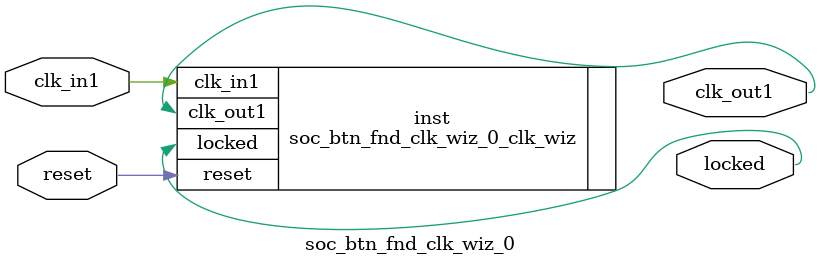
<source format=v>


`timescale 1ps/1ps

(* CORE_GENERATION_INFO = "soc_btn_fnd_clk_wiz_0,clk_wiz_v6_0_15_0_0,{component_name=soc_btn_fnd_clk_wiz_0,use_phase_alignment=true,use_min_o_jitter=false,use_max_i_jitter=false,use_dyn_phase_shift=false,use_inclk_switchover=false,use_dyn_reconfig=false,enable_axi=0,feedback_source=FDBK_AUTO,PRIMITIVE=MMCM,num_out_clk=1,clkin1_period=10.000,clkin2_period=10.000,use_power_down=false,use_reset=true,use_locked=true,use_inclk_stopped=false,feedback_type=SINGLE,CLOCK_MGR_TYPE=NA,manual_override=false}" *)

module soc_btn_fnd_clk_wiz_0 
 (
  // Clock out ports
  output        clk_out1,
  // Status and control signals
  input         reset,
  output        locked,
 // Clock in ports
  input         clk_in1
 );

  soc_btn_fnd_clk_wiz_0_clk_wiz inst
  (
  // Clock out ports  
  .clk_out1(clk_out1),
  // Status and control signals               
  .reset(reset), 
  .locked(locked),
 // Clock in ports
  .clk_in1(clk_in1)
  );

endmodule

</source>
